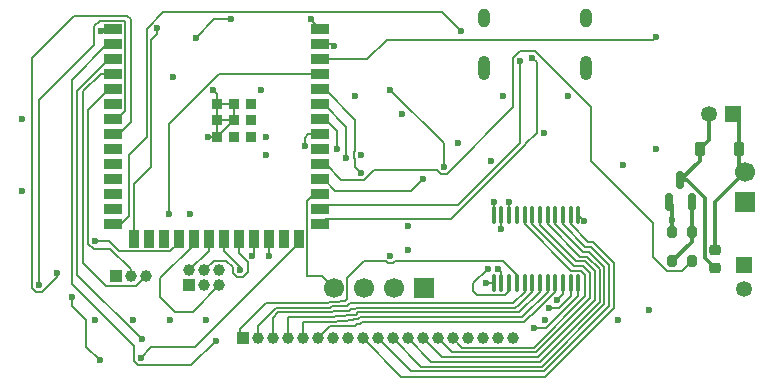
<source format=gbr>
%TF.GenerationSoftware,KiCad,Pcbnew,9.0.1*%
%TF.CreationDate,2025-06-29T09:49:02-05:00*%
%TF.ProjectId,OM-FlexGrid-Rigid-PCB,4f4d2d46-6c65-4784-9772-69642d526967,rev?*%
%TF.SameCoordinates,Original*%
%TF.FileFunction,Copper,L4,Bot*%
%TF.FilePolarity,Positive*%
%FSLAX46Y46*%
G04 Gerber Fmt 4.6, Leading zero omitted, Abs format (unit mm)*
G04 Created by KiCad (PCBNEW 9.0.1) date 2025-06-29 09:49:02*
%MOMM*%
%LPD*%
G01*
G04 APERTURE LIST*
G04 Aperture macros list*
%AMRoundRect*
0 Rectangle with rounded corners*
0 $1 Rounding radius*
0 $2 $3 $4 $5 $6 $7 $8 $9 X,Y pos of 4 corners*
0 Add a 4 corners polygon primitive as box body*
4,1,4,$2,$3,$4,$5,$6,$7,$8,$9,$2,$3,0*
0 Add four circle primitives for the rounded corners*
1,1,$1+$1,$2,$3*
1,1,$1+$1,$4,$5*
1,1,$1+$1,$6,$7*
1,1,$1+$1,$8,$9*
0 Add four rect primitives between the rounded corners*
20,1,$1+$1,$2,$3,$4,$5,0*
20,1,$1+$1,$4,$5,$6,$7,0*
20,1,$1+$1,$6,$7,$8,$9,0*
20,1,$1+$1,$8,$9,$2,$3,0*%
G04 Aperture macros list end*
%TA.AperFunction,ComponentPad*%
%ADD10R,1.350000X1.350000*%
%TD*%
%TA.AperFunction,ComponentPad*%
%ADD11C,1.350000*%
%TD*%
%TA.AperFunction,ComponentPad*%
%ADD12R,1.000000X1.000000*%
%TD*%
%TA.AperFunction,ComponentPad*%
%ADD13C,1.000000*%
%TD*%
%TA.AperFunction,ComponentPad*%
%ADD14R,1.700000X1.700000*%
%TD*%
%TA.AperFunction,ComponentPad*%
%ADD15C,1.700000*%
%TD*%
%TA.AperFunction,HeatsinkPad*%
%ADD16O,1.000000X2.100000*%
%TD*%
%TA.AperFunction,HeatsinkPad*%
%ADD17O,1.000000X1.600000*%
%TD*%
%TA.AperFunction,SMDPad,CuDef*%
%ADD18RoundRect,0.100000X0.100000X-0.637500X0.100000X0.637500X-0.100000X0.637500X-0.100000X-0.637500X0*%
%TD*%
%TA.AperFunction,SMDPad,CuDef*%
%ADD19RoundRect,0.150000X0.150000X-0.587500X0.150000X0.587500X-0.150000X0.587500X-0.150000X-0.587500X0*%
%TD*%
%TA.AperFunction,SMDPad,CuDef*%
%ADD20R,1.498600X0.812800*%
%TD*%
%TA.AperFunction,SMDPad,CuDef*%
%ADD21R,0.812800X1.498600*%
%TD*%
%TA.AperFunction,SMDPad,CuDef*%
%ADD22R,0.889000X0.889000*%
%TD*%
%TA.AperFunction,SMDPad,CuDef*%
%ADD23RoundRect,0.200000X-0.200000X-0.275000X0.200000X-0.275000X0.200000X0.275000X-0.200000X0.275000X0*%
%TD*%
%TA.AperFunction,SMDPad,CuDef*%
%ADD24RoundRect,0.225000X0.250000X-0.225000X0.250000X0.225000X-0.250000X0.225000X-0.250000X-0.225000X0*%
%TD*%
%TA.AperFunction,SMDPad,CuDef*%
%ADD25RoundRect,0.225000X0.225000X0.375000X-0.225000X0.375000X-0.225000X-0.375000X0.225000X-0.375000X0*%
%TD*%
%TA.AperFunction,ViaPad*%
%ADD26C,0.600000*%
%TD*%
%TA.AperFunction,Conductor*%
%ADD27C,0.200000*%
%TD*%
%TA.AperFunction,Conductor*%
%ADD28C,0.350000*%
%TD*%
G04 APERTURE END LIST*
D10*
%TO.P,J7,1,Pin_1*%
%TO.N,GND*%
X215450000Y-120800000D03*
D11*
%TO.P,J7,2,Pin_2*%
%TO.N,+3V3*%
X215450000Y-122800000D03*
%TD*%
D12*
%TO.P,J1,1,Pin_1*%
%TO.N,GP41*%
X168480000Y-122500000D03*
D13*
%TO.P,J1,2,Pin_2*%
%TO.N,SPI_MOSI*%
X168480000Y-121230000D03*
%TO.P,J1,3,Pin_3*%
%TO.N,SPI_SCK*%
X169750000Y-122500000D03*
%TO.P,J1,4,Pin_4*%
%TO.N,SPI_MISO*%
X169750000Y-121230000D03*
%TO.P,J1,5,Pin_5*%
%TO.N,CS*%
X171020000Y-122500000D03*
%TO.P,J1,6,Pin_6*%
%TO.N,GP40*%
X171020000Y-121230000D03*
%TD*%
D14*
%TO.P,J2,1,Pin_1*%
%TO.N,GND*%
X215500000Y-115500000D03*
D15*
%TO.P,J2,2,Pin_2*%
%TO.N,VBAT*%
X215500000Y-112960000D03*
%TD*%
D14*
%TO.P,SCRN1,1,Pin_1*%
%TO.N,GND*%
X188310000Y-122750000D03*
D15*
%TO.P,SCRN1,2,Pin_2*%
%TO.N,+3V3*%
X185770000Y-122750000D03*
%TO.P,SCRN1,3,Pin_3*%
%TO.N,SCL*%
X183230000Y-122750000D03*
%TO.P,SCRN1,4,Pin_4*%
%TO.N,SDA*%
X180690000Y-122750000D03*
%TD*%
D16*
%TO.P,J4,S1,SHIELD*%
%TO.N,GND*%
X202070000Y-104085000D03*
D17*
X202070000Y-99905000D03*
D16*
X193430000Y-104085000D03*
D17*
X193430000Y-99905000D03*
%TD*%
D12*
%TO.P,J6,1,Pin_1*%
%TO.N,GND*%
X162230000Y-121750000D03*
D13*
%TO.P,J6,2,Pin_2*%
%TO.N,RX*%
X163500000Y-121750000D03*
%TO.P,J6,3,Pin_3*%
%TO.N,TX*%
X164770000Y-121750000D03*
%TD*%
D18*
%TO.P,U1,1,COM*%
%TO.N,+3V3*%
X201400000Y-122325000D03*
%TO.P,U1,2,I7*%
%TO.N,COL_7*%
X200750000Y-122325000D03*
%TO.P,U1,3,I6*%
%TO.N,COL_6*%
X200100000Y-122325000D03*
%TO.P,U1,4,I5*%
%TO.N,COL_5*%
X199450000Y-122325000D03*
%TO.P,U1,5,I4*%
%TO.N,COL_4*%
X198800000Y-122325000D03*
%TO.P,U1,6,I3*%
%TO.N,COL_3*%
X198150000Y-122325000D03*
%TO.P,U1,7,I2*%
%TO.N,COL_2*%
X197500000Y-122325000D03*
%TO.P,U1,8,I1*%
%TO.N,COL_1*%
X196850000Y-122325000D03*
%TO.P,U1,9,I0*%
%TO.N,COL_0*%
X196200000Y-122325000D03*
%TO.P,U1,10,S0*%
%TO.N,S0*%
X195550000Y-122325000D03*
%TO.P,U1,11,S1*%
%TO.N,S1*%
X194900000Y-122325000D03*
%TO.P,U1,12,GND*%
%TO.N,GND*%
X194250000Y-122325000D03*
%TO.P,U1,13,S3*%
%TO.N,S3*%
X194250000Y-116600000D03*
%TO.P,U1,14,S2*%
%TO.N,S2*%
X194900000Y-116600000D03*
%TO.P,U1,15,~{E}*%
%TO.N,GP16_E*%
X195550000Y-116600000D03*
%TO.P,U1,16,I15*%
%TO.N,unconnected-(U1-I15-Pad16)*%
X196200000Y-116600000D03*
%TO.P,U1,17,I14*%
%TO.N,COL_14*%
X196850000Y-116600000D03*
%TO.P,U1,18,I13*%
%TO.N,COL_13*%
X197500000Y-116600000D03*
%TO.P,U1,19,I12*%
%TO.N,COL_12*%
X198150000Y-116600000D03*
%TO.P,U1,20,I11*%
%TO.N,COL_11*%
X198800000Y-116600000D03*
%TO.P,U1,21,I10*%
%TO.N,COL_10*%
X199450000Y-116600000D03*
%TO.P,U1,22,I9*%
%TO.N,COL_9*%
X200100000Y-116600000D03*
%TO.P,U1,23,I8*%
%TO.N,COL_8*%
X200750000Y-116600000D03*
%TO.P,U1,24,VCC*%
%TO.N,+3V3*%
X201400000Y-116600000D03*
%TD*%
D19*
%TO.P,Q1,1,G*%
%TO.N,Net-(Q1-G)*%
X211000000Y-115500000D03*
%TO.P,Q1,2,S*%
%TO.N,GND*%
X209100000Y-115500000D03*
%TO.P,Q1,3,D*%
%TO.N,MotorGND*%
X210050000Y-113625000D03*
%TD*%
D20*
%TO.P,U2,1,GND*%
%TO.N,GND*%
X179500000Y-100840000D03*
%TO.P,U2,2,3V3*%
%TO.N,+3V3*%
X179500000Y-102110000D03*
%TO.P,U2,3,EN*%
%TO.N,EN*%
X179500000Y-103380000D03*
%TO.P,U2,4,IO4*%
%TO.N,ROW_3*%
X179500000Y-104650000D03*
%TO.P,U2,5,IO5*%
%TO.N,S0*%
X179500000Y-105920000D03*
%TO.P,U2,6,IO6*%
%TO.N,S1*%
X179500000Y-107190000D03*
%TO.P,U2,7,IO7*%
%TO.N,S2*%
X179500000Y-108460000D03*
%TO.P,U2,8,IO15*%
%TO.N,S3*%
X179500000Y-109730000D03*
%TO.P,U2,9,IO16*%
%TO.N,GP16_E*%
X179500000Y-111000000D03*
%TO.P,U2,10,IO17*%
%TO.N,MOT_SIG*%
X179500000Y-112270000D03*
%TO.P,U2,11,IO18*%
%TO.N,ADC_BAT*%
X179500000Y-113540000D03*
%TO.P,U2,12,IO8*%
%TO.N,SDA*%
X179500000Y-114810000D03*
%TO.P,U2,13,IO19*%
%TO.N,D-*%
X179500000Y-116080000D03*
%TO.P,U2,14,IO20*%
%TO.N,D+*%
X179500000Y-117350000D03*
D21*
%TO.P,U2,15,IO3*%
%TO.N,ROW_2*%
X177735000Y-118600000D03*
%TO.P,U2,16,IO46*%
%TO.N,unconnected-(U2-IO46-Pad16)*%
X176465000Y-118600000D03*
%TO.P,U2,17,IO9*%
%TO.N,SCL*%
X175195000Y-118600000D03*
%TO.P,U2,18,IO10*%
%TO.N,SELECT*%
X173925000Y-118600000D03*
%TO.P,U2,19,IO11*%
%TO.N,SPI_MISO*%
X172655000Y-118600000D03*
%TO.P,U2,20,IO12*%
%TO.N,SPI_SCK*%
X171385000Y-118600000D03*
%TO.P,U2,21,IO13*%
%TO.N,SPI_MOSI*%
X170115000Y-118600000D03*
%TO.P,U2,22,IO14*%
%TO.N,CS*%
X168845000Y-118600000D03*
%TO.P,U2,23,IO21*%
%TO.N,MENU*%
X167575000Y-118600000D03*
%TO.P,U2,24,IO47*%
%TO.N,unconnected-(U2-IO47-Pad24)*%
X166305000Y-118600000D03*
%TO.P,U2,25,IO48*%
%TO.N,unconnected-(U2-IO48-Pad25)*%
X165035000Y-118600000D03*
%TO.P,U2,26,IO45*%
%TO.N,PWR_OFF*%
X163765000Y-118600000D03*
D20*
%TO.P,U2,27,IO0*%
%TO.N,100*%
X162000000Y-117350000D03*
%TO.P,U2,28,IO35*%
%TO.N,unconnected-(U2-IO35-Pad28)*%
X162000000Y-116080000D03*
%TO.P,U2,29,IO36*%
%TO.N,unconnected-(U2-IO36-Pad29)*%
X162000000Y-114810000D03*
%TO.P,U2,30,IO37*%
%TO.N,unconnected-(U2-IO37-Pad30)*%
X162000000Y-113540000D03*
%TO.P,U2,31,IO38*%
%TO.N,unconnected-(U2-IO38-Pad31)*%
X162000000Y-112270000D03*
%TO.P,U2,32,IO39*%
%TO.N,unconnected-(U2-IO39-Pad32)*%
X162000000Y-111000000D03*
%TO.P,U2,33,IO40*%
%TO.N,GP40*%
X162000000Y-109730000D03*
%TO.P,U2,34,IO41*%
%TO.N,GP41*%
X162000000Y-108460000D03*
%TO.P,U2,35,IO42*%
%TO.N,unconnected-(U2-IO42-Pad35)*%
X162000000Y-107190000D03*
%TO.P,U2,36,RXD0*%
%TO.N,RX*%
X162000000Y-105920000D03*
%TO.P,U2,37,TXD0*%
%TO.N,TX*%
X162000000Y-104650000D03*
%TO.P,U2,38,IO2*%
%TO.N,ROW_1*%
X162000000Y-103380000D03*
%TO.P,U2,39,IO1*%
%TO.N,ROW_0*%
X162000000Y-102110000D03*
%TO.P,U2,40,GND*%
%TO.N,GND*%
X162000000Y-100840000D03*
D22*
%TO.P,U2,41,GND*%
X172250000Y-108560000D03*
%TO.P,U2,42*%
%TO.N,N/C*%
X173650000Y-107160000D03*
%TO.P,U2,43*%
X173650000Y-108560000D03*
%TO.P,U2,44*%
X173650000Y-109960000D03*
%TO.P,U2,45*%
X172250000Y-109960000D03*
%TO.P,U2,46,GND*%
%TO.N,GND*%
X170850000Y-109960000D03*
%TO.P,U2,47,GND*%
X170850000Y-108560000D03*
%TO.P,U2,48,GND*%
X170850000Y-107160000D03*
%TO.P,U2,49,GND*%
X172250000Y-107160000D03*
%TD*%
D10*
%TO.P,J5,1,Pin_1*%
%TO.N,VBAT*%
X214500000Y-108000000D03*
D11*
%TO.P,J5,2,Pin_2*%
%TO.N,MotorGND*%
X212500000Y-108000000D03*
%TD*%
D23*
%TO.P,R10,1*%
%TO.N,Net-(Q1-G)*%
X209350000Y-120500000D03*
%TO.P,R10,2*%
%TO.N,MOT_SIG*%
X211000000Y-120500000D03*
%TD*%
D24*
%TO.P,C9,1*%
%TO.N,MotorGND*%
X213000000Y-121050000D03*
%TO.P,C9,2*%
%TO.N,VBAT*%
X213000000Y-119500000D03*
%TD*%
D23*
%TO.P,R11,1*%
%TO.N,GND*%
X209350000Y-118000000D03*
%TO.P,R11,2*%
%TO.N,Net-(Q1-G)*%
X211000000Y-118000000D03*
%TD*%
D25*
%TO.P,D4,1,K*%
%TO.N,VBAT*%
X215000000Y-111000000D03*
%TO.P,D4,2,A*%
%TO.N,MotorGND*%
X211700000Y-111000000D03*
%TD*%
D12*
%TO.P,J3,1,Pin_1*%
%TO.N,COL_0*%
X173000000Y-127000000D03*
D13*
%TO.P,J3,2,Pin_2*%
%TO.N,COL_1*%
X174270000Y-127000000D03*
%TO.P,J3,3,Pin_3*%
%TO.N,COL_2*%
X175540000Y-127000000D03*
%TO.P,J3,4,Pin_4*%
%TO.N,COL_3*%
X176810000Y-127000000D03*
%TO.P,J3,5,Pin_5*%
%TO.N,COL_4*%
X178080000Y-127000000D03*
%TO.P,J3,6,Pin_6*%
%TO.N,COL_5*%
X179350000Y-127000000D03*
%TO.P,J3,7,Pin_7*%
%TO.N,COL_6*%
X180620000Y-127000000D03*
%TO.P,J3,8,Pin_8*%
%TO.N,COL_7*%
X181890000Y-127000000D03*
%TO.P,J3,9,Pin_9*%
%TO.N,COL_8*%
X183160000Y-127000000D03*
%TO.P,J3,10,Pin_10*%
%TO.N,COL_9*%
X184430000Y-127000000D03*
%TO.P,J3,11,Pin_11*%
%TO.N,COL_10*%
X185700000Y-127000000D03*
%TO.P,J3,12,Pin_12*%
%TO.N,COL_11*%
X186970000Y-127000000D03*
%TO.P,J3,13,Pin_13*%
%TO.N,COL_12*%
X188240000Y-127000000D03*
%TO.P,J3,14,Pin_14*%
%TO.N,COL_13*%
X189510000Y-127000000D03*
%TO.P,J3,15,Pin_15*%
%TO.N,COL_14*%
X190780000Y-127000000D03*
%TO.P,J3,16,Pin_16*%
%TO.N,ROW_0*%
X192050000Y-127000000D03*
%TO.P,J3,17,Pin_17*%
%TO.N,ROW_1*%
X193320000Y-127000000D03*
%TO.P,J3,18,Pin_18*%
%TO.N,ROW_2*%
X194590000Y-127000000D03*
%TO.P,J3,19,Pin_19*%
%TO.N,ROW_3*%
X195860000Y-127000000D03*
%TD*%
D26*
%TO.N,GND*%
X154300000Y-114550000D03*
X154300000Y-108400000D03*
%TO.N,ROW_1*%
X164450057Y-127100000D03*
%TO.N,+3V3*%
X197650000Y-126150000D03*
%TO.N,GND*%
X198550000Y-125450000D03*
X204750000Y-125450000D03*
X207375000Y-124625000D03*
%TO.N,COL_7*%
X198930514Y-124430515D03*
%TO.N,COL_6*%
X199610700Y-123750329D03*
%TO.N,S1*%
X194625000Y-121125000D03*
%TO.N,S0*%
X193750000Y-121100000D03*
%TO.N,GND*%
X193575000Y-122325000D03*
%TO.N,GP16_E*%
X195550000Y-115500000D03*
%TO.N,S2*%
X194900000Y-117750000D03*
%TO.N,S3*%
X194250000Y-115500000D03*
%TO.N,+3V3*%
X201850000Y-117050000D03*
%TO.N,GND*%
X198500000Y-109650000D03*
X209350000Y-117000000D03*
X187000000Y-117500000D03*
X161000000Y-101000000D03*
X183000000Y-111500000D03*
X185500000Y-120000000D03*
X169900000Y-125500000D03*
X174950000Y-109950000D03*
X182500000Y-106500000D03*
X170500000Y-106000000D03*
X163700000Y-125500000D03*
X166800000Y-125500000D03*
X170040000Y-109960000D03*
X194000000Y-112000000D03*
X167112500Y-104887500D03*
X178750000Y-100000000D03*
X160500000Y-125500000D03*
X208000000Y-111000000D03*
%TO.N,EN*%
X208000000Y-101500000D03*
%TO.N,+3V3*%
X187000000Y-119500000D03*
X205175000Y-112325000D03*
X180750000Y-102250000D03*
X174500000Y-106000000D03*
%TO.N,VBUS*%
X168500000Y-116500000D03*
X186500000Y-108000000D03*
X175000000Y-111500000D03*
X200500000Y-106500000D03*
X195000000Y-106500000D03*
%TO.N,Net-(D2-K)*%
X190000000Y-112500000D03*
X185500000Y-106000000D03*
%TO.N,GP40*%
X157250000Y-121500000D03*
%TO.N,SCL*%
X175250000Y-120000000D03*
%TO.N,GP41*%
X155750000Y-122500000D03*
%TO.N,ROW_3*%
X160875000Y-128875000D03*
X166750000Y-116500000D03*
X158500000Y-123500000D03*
%TO.N,ROW_2*%
X164350000Y-128650000D03*
%TO.N,ROW_0*%
X170700000Y-127200000D03*
%TO.N,D-*%
X196500000Y-103500000D03*
%TO.N,D+*%
X197500000Y-103250000D03*
%TO.N,SPI_SCK*%
X172750000Y-121250000D03*
%TO.N,ADC_BAT*%
X188250000Y-113500000D03*
%TO.N,Net-(MAX1-In)*%
X172000000Y-100000000D03*
X169000000Y-101550000D03*
%TO.N,VBAT*%
X191250000Y-110500000D03*
%TO.N,PWR_OFF*%
X165750000Y-100750000D03*
%TO.N,S3*%
X178250000Y-110750000D03*
%TO.N,GP16_E*%
X179500000Y-111000000D03*
%TO.N,S0*%
X183000000Y-113000000D03*
%TO.N,S2*%
X181000000Y-111000000D03*
%TO.N,S1*%
X181750000Y-111750000D03*
%TO.N,MENU*%
X160500000Y-118750000D03*
%TO.N,100*%
X191500000Y-101000000D03*
%TO.N,SELECT*%
X173750000Y-120000000D03*
%TD*%
D27*
%TO.N,+3V3*%
X197650000Y-126150000D02*
X197550000Y-126150000D01*
X198699943Y-126150000D02*
X197650000Y-126150000D01*
X201400000Y-123449943D02*
X198699943Y-126150000D01*
X201400000Y-122325000D02*
X201400000Y-123449943D01*
%TO.N,COL_7*%
X200750000Y-123460972D02*
X200750000Y-122325000D01*
X199780457Y-124430515D02*
X200750000Y-123460972D01*
X198930514Y-124430515D02*
X199780457Y-124430515D01*
%TO.N,COL_6*%
X199610700Y-123750329D02*
X200100000Y-123261029D01*
X200100000Y-123261029D02*
X200100000Y-122325000D01*
%TO.N,D+*%
X197899000Y-103649000D02*
X197500000Y-103250000D01*
X197899000Y-109601000D02*
X197899000Y-103649000D01*
X191416100Y-116151000D02*
X196901000Y-110666100D01*
X196901000Y-110666100D02*
X196901000Y-110599000D01*
X190601000Y-116899000D02*
X191349000Y-116151000D01*
X196901000Y-110599000D02*
X197899000Y-109601000D01*
X191349000Y-116151000D02*
X191416100Y-116151000D01*
X179951000Y-116899000D02*
X190601000Y-116899000D01*
X179500000Y-117350000D02*
X179951000Y-116899000D01*
%TO.N,D-*%
X179830000Y-115750000D02*
X179500000Y-116080000D01*
X196500000Y-110500000D02*
X191250000Y-115750000D01*
X191250000Y-115750000D02*
X179830000Y-115750000D01*
X196500000Y-103500000D02*
X196500000Y-110500000D01*
%TO.N,COL_5*%
X199450000Y-123062499D02*
X199450000Y-122325000D01*
X197512499Y-125000000D02*
X199450000Y-123062499D01*
X197429599Y-125000000D02*
X197512499Y-125000000D01*
X196825599Y-125604000D02*
X197429599Y-125000000D01*
X183095740Y-125604000D02*
X196825599Y-125604000D01*
X182897740Y-125802000D02*
X183095740Y-125604000D01*
X182552000Y-125802000D02*
X182897740Y-125802000D01*
X182570260Y-125820260D02*
X182552000Y-125802000D01*
X182466260Y-126005000D02*
X182570260Y-125901000D01*
X182570260Y-125901000D02*
X182570260Y-125820260D01*
X180345000Y-126005000D02*
X182466260Y-126005000D01*
X179350000Y-127000000D02*
X180345000Y-126005000D01*
%TO.N,COL_4*%
X198800000Y-123062499D02*
X198800000Y-122325000D01*
X196659499Y-125203000D02*
X198800000Y-123062499D01*
X182929640Y-125203000D02*
X196659499Y-125203000D01*
X182300160Y-125468240D02*
X182367400Y-125401000D01*
X181867920Y-125468240D02*
X182300160Y-125468240D01*
X182367400Y-125401000D02*
X182731640Y-125401000D01*
X181831160Y-125505000D02*
X181867920Y-125468240D01*
X180914400Y-125604000D02*
X181013400Y-125505000D01*
X181013400Y-125505000D02*
X181831160Y-125505000D01*
X182731640Y-125401000D02*
X182929640Y-125203000D01*
X178080000Y-125604000D02*
X180914400Y-125604000D01*
X178080000Y-127000000D02*
X178080000Y-125604000D01*
%TO.N,COL_3*%
X198150000Y-123062499D02*
X198150000Y-122325000D01*
X196410499Y-124802000D02*
X198150000Y-123062499D01*
X182565540Y-125000000D02*
X182763540Y-124802000D01*
X182763540Y-124802000D02*
X196410499Y-124802000D01*
X181701820Y-125067240D02*
X182134060Y-125067240D01*
X180847300Y-125104000D02*
X181665060Y-125104000D01*
X180748300Y-125203000D02*
X180847300Y-125104000D01*
X176810000Y-125203000D02*
X180748300Y-125203000D01*
X181665060Y-125104000D02*
X181701820Y-125067240D01*
X182134060Y-125067240D02*
X182201300Y-125000000D01*
X182201300Y-125000000D02*
X182565540Y-125000000D01*
X176810000Y-127000000D02*
X176810000Y-125203000D01*
%TO.N,COL_2*%
X197500000Y-123062499D02*
X197500000Y-122325000D01*
X196312499Y-124250000D02*
X197500000Y-123062499D01*
X196229599Y-124250000D02*
X196312499Y-124250000D01*
X196078599Y-124401000D02*
X196229599Y-124250000D01*
X182552000Y-124401000D02*
X196078599Y-124401000D01*
X182552000Y-124446440D02*
X182552000Y-124401000D01*
X182498440Y-124500000D02*
X182552000Y-124446440D01*
X182269960Y-124500000D02*
X182498440Y-124500000D01*
X182202080Y-124432120D02*
X182269960Y-124500000D01*
X181967960Y-124666240D02*
X182202080Y-124432120D01*
X181535720Y-124666240D02*
X181967960Y-124666240D01*
X181498960Y-124703000D02*
X181535720Y-124666240D01*
X180681200Y-124703000D02*
X181498960Y-124703000D01*
X176015100Y-124802000D02*
X180582200Y-124802000D01*
X175540000Y-125277100D02*
X176015100Y-124802000D01*
X180582200Y-124802000D02*
X180681200Y-124703000D01*
X175540000Y-127000000D02*
X175540000Y-125277100D01*
%TO.N,COL_1*%
X196850000Y-123062499D02*
X196850000Y-122325000D01*
X195912499Y-124000000D02*
X196850000Y-123062499D01*
X182067100Y-124000000D02*
X195912499Y-124000000D01*
X181369620Y-124265240D02*
X181801860Y-124265240D01*
X180416100Y-124401000D02*
X180515100Y-124302000D01*
X181332860Y-124302000D02*
X181369620Y-124265240D01*
X181801860Y-124265240D02*
X182067100Y-124000000D01*
X174270000Y-125980000D02*
X175849000Y-124401000D01*
X180515100Y-124302000D02*
X181332860Y-124302000D01*
X174270000Y-127000000D02*
X174270000Y-125980000D01*
X175849000Y-124401000D02*
X180416100Y-124401000D01*
%TO.N,COL_0*%
X172750000Y-126750000D02*
X173000000Y-127000000D01*
X172750000Y-126250000D02*
X172750000Y-126750000D01*
X175000000Y-124000000D02*
X172750000Y-126250000D01*
X181166760Y-123901000D02*
X180349000Y-123901000D01*
X181203520Y-123864240D02*
X181166760Y-123901000D01*
X181635760Y-123864240D02*
X181203520Y-123864240D01*
X181841000Y-123659000D02*
X181635760Y-123864240D01*
X185150057Y-120500000D02*
X183250000Y-120500000D01*
X185251057Y-120601000D02*
X185150057Y-120500000D01*
X185748943Y-120601000D02*
X185251057Y-120601000D01*
X180349000Y-123901000D02*
X180250000Y-124000000D01*
X183250000Y-120500000D02*
X181841000Y-121909000D01*
X181841000Y-121909000D02*
X181841000Y-123659000D01*
X180250000Y-124000000D02*
X175000000Y-124000000D01*
X185849943Y-120500000D02*
X185748943Y-120601000D01*
X196200000Y-121667630D02*
X195032370Y-120500000D01*
X195032370Y-120500000D02*
X185849943Y-120500000D01*
X196200000Y-122325000D02*
X196200000Y-121667630D01*
%TO.N,COL_8*%
X186410000Y-130250000D02*
X183160000Y-127000000D01*
X198619700Y-130250000D02*
X186410000Y-130250000D01*
X204407000Y-124462700D02*
X198619700Y-130250000D01*
X204407000Y-120622030D02*
X204407000Y-124462700D01*
X202633970Y-118849000D02*
X204407000Y-120622030D01*
X202261501Y-118849000D02*
X202633970Y-118849000D01*
X200750000Y-117337499D02*
X202261501Y-118849000D01*
X200750000Y-116600000D02*
X200750000Y-117337499D01*
%TO.N,COL_9*%
X187236000Y-129806000D02*
X184430000Y-127000000D01*
X198496600Y-129806000D02*
X187236000Y-129806000D01*
X204006000Y-124296600D02*
X198496600Y-129806000D01*
X204006000Y-120788130D02*
X204006000Y-124296600D01*
X202467870Y-119250000D02*
X204006000Y-120788130D01*
X202012501Y-119250000D02*
X202467870Y-119250000D01*
X200100000Y-117337499D02*
X202012501Y-119250000D01*
X200100000Y-116600000D02*
X200100000Y-117337499D01*
%TO.N,COL_10*%
X188105000Y-129405000D02*
X185700000Y-127000000D01*
X198330500Y-129405000D02*
X188105000Y-129405000D01*
X203605000Y-124130500D02*
X198330500Y-129405000D01*
X203605000Y-120954230D02*
X203605000Y-124130500D01*
X202333270Y-119682500D02*
X203605000Y-120954230D01*
X201795001Y-119682500D02*
X202333270Y-119682500D01*
X199450000Y-117337499D02*
X201795001Y-119682500D01*
X199450000Y-116600000D02*
X199450000Y-117337499D01*
%TO.N,COL_11*%
X188974000Y-129004000D02*
X186970000Y-127000000D01*
X203204000Y-123964400D02*
X198164400Y-129004000D01*
X198164400Y-129004000D02*
X188974000Y-129004000D01*
X203204000Y-121120330D02*
X203204000Y-123964400D01*
X202167170Y-120083500D02*
X203204000Y-121120330D01*
X201546001Y-120083500D02*
X202167170Y-120083500D01*
X198800000Y-117337499D02*
X201546001Y-120083500D01*
X198800000Y-116600000D02*
X198800000Y-117337499D01*
%TO.N,COL_12*%
X189843000Y-128603000D02*
X188240000Y-127000000D01*
X197998300Y-128603000D02*
X189843000Y-128603000D01*
X202803000Y-123798300D02*
X197998300Y-128603000D01*
X202803000Y-121286430D02*
X202803000Y-123798300D01*
X202001070Y-120484500D02*
X202803000Y-121286430D01*
X201234500Y-120484500D02*
X202001070Y-120484500D01*
X198150000Y-117400000D02*
X201234500Y-120484500D01*
X198150000Y-116600000D02*
X198150000Y-117400000D01*
%TO.N,COL_13*%
X190712000Y-128202000D02*
X189510000Y-127000000D01*
X197832200Y-128202000D02*
X190712000Y-128202000D01*
X202402000Y-123632200D02*
X197832200Y-128202000D01*
X202402000Y-121452530D02*
X202402000Y-123632200D01*
X201834970Y-120885500D02*
X202402000Y-121452530D01*
X201048001Y-120885500D02*
X201834970Y-120885500D01*
X197500000Y-117337499D02*
X201048001Y-120885500D01*
X197500000Y-116600000D02*
X197500000Y-117337499D01*
%TO.N,COL_14*%
X191581000Y-127801000D02*
X190780000Y-127000000D01*
X197666100Y-127801000D02*
X191581000Y-127801000D01*
X201668870Y-121286500D02*
X202001000Y-121618630D01*
X200786500Y-121286500D02*
X201668870Y-121286500D01*
X196850000Y-117350000D02*
X200786500Y-121286500D01*
X202001000Y-123466100D02*
X197666100Y-127801000D01*
X196850000Y-116600000D02*
X196850000Y-117350000D01*
X202001000Y-121618630D02*
X202001000Y-123466100D01*
%TO.N,S0*%
X195550000Y-122982370D02*
X195550000Y-122325000D01*
X192500000Y-123000000D02*
X192863500Y-123363500D01*
X192863500Y-123363500D02*
X195168870Y-123363500D01*
X193750000Y-121100000D02*
X192500000Y-122350000D01*
X192500000Y-122350000D02*
X192500000Y-123000000D01*
X195168870Y-123363500D02*
X195550000Y-122982370D01*
%TO.N,S1*%
X194625000Y-121125000D02*
X194500000Y-121000000D01*
%TO.N,GND*%
X194250000Y-122325000D02*
X193575000Y-122325000D01*
%TO.N,S1*%
X194900000Y-121400000D02*
X194625000Y-121125000D01*
X194900000Y-122325000D02*
X194900000Y-121400000D01*
%TO.N,SDA*%
X179699700Y-121759700D02*
X178449700Y-121759700D01*
X180690000Y-122750000D02*
X179699700Y-121759700D01*
%TO.N,GP16_E*%
X195550000Y-115500000D02*
X195550000Y-115300000D01*
X195550000Y-116600000D02*
X195550000Y-115500000D01*
%TO.N,S2*%
X194900000Y-116600000D02*
X194900000Y-117750000D01*
%TO.N,S3*%
X194250000Y-116600000D02*
X194250000Y-115500000D01*
%TO.N,+3V3*%
X201850000Y-117050000D02*
X201900000Y-117050000D01*
X201400000Y-116600000D02*
X201850000Y-117050000D01*
%TO.N,GND*%
X178750000Y-100000000D02*
X178750000Y-100090000D01*
X170850000Y-109960000D02*
X170850000Y-108560000D01*
D28*
X209350000Y-118000000D02*
X209350000Y-117000000D01*
D27*
X161160000Y-100840000D02*
X161000000Y-101000000D01*
D28*
X209350000Y-117000000D02*
X209350000Y-115750000D01*
D27*
X170850000Y-106350000D02*
X170500000Y-106000000D01*
X170850000Y-107160000D02*
X170850000Y-108560000D01*
X170850000Y-109960000D02*
X172250000Y-108560000D01*
X172250000Y-107160000D02*
X170850000Y-107160000D01*
X172250000Y-108560000D02*
X172250000Y-107160000D01*
X170850000Y-107160000D02*
X170850000Y-106350000D01*
X178750000Y-100090000D02*
X179500000Y-100840000D01*
X170850000Y-109960000D02*
X170040000Y-109960000D01*
X162000000Y-100840000D02*
X161160000Y-100840000D01*
X172250000Y-108560000D02*
X170850000Y-108560000D01*
D28*
X209350000Y-115750000D02*
X209100000Y-115500000D01*
D27*
%TO.N,EN*%
X179500000Y-103380000D02*
X183547785Y-103380000D01*
X183547785Y-103380000D02*
X185177785Y-101750000D01*
X185177785Y-101750000D02*
X196500000Y-101750000D01*
X207750000Y-101750000D02*
X208000000Y-101500000D01*
X196500000Y-101750000D02*
X207750000Y-101750000D01*
%TO.N,+3V3*%
X179500000Y-102110000D02*
X180610000Y-102110000D01*
X180610000Y-102110000D02*
X180750000Y-102250000D01*
D28*
%TO.N,MotorGND*%
X211700000Y-111975000D02*
X210050000Y-113625000D01*
X210610534Y-113625000D02*
X212149000Y-115163466D01*
X212500000Y-108000000D02*
X212500000Y-110200000D01*
X210050000Y-113625000D02*
X210610534Y-113625000D01*
X212149000Y-115163466D02*
X212149000Y-120199000D01*
X211700000Y-111000000D02*
X211700000Y-111975000D01*
X212149000Y-120199000D02*
X213000000Y-121050000D01*
X212500000Y-110200000D02*
X211700000Y-111000000D01*
D27*
%TO.N,Net-(D2-K)*%
X190000000Y-112500000D02*
X190000000Y-110500000D01*
X190000000Y-110500000D02*
X185500000Y-106000000D01*
%TO.N,GP40*%
X163500000Y-108717700D02*
X162487700Y-109730000D01*
X162487700Y-109730000D02*
X162000000Y-109730000D01*
X155149000Y-122748943D02*
X155149000Y-103298976D01*
X163231600Y-99731600D02*
X163500000Y-100000000D01*
X158716376Y-99731600D02*
X163231600Y-99731600D01*
X155501057Y-123101000D02*
X155149000Y-122748943D01*
X155149000Y-103298976D02*
X158716376Y-99731600D01*
X157250000Y-121500000D02*
X157250000Y-121849943D01*
X163500000Y-100000000D02*
X163500000Y-108717700D01*
X157250000Y-121849943D02*
X155998943Y-123101000D01*
X155998943Y-123101000D02*
X155501057Y-123101000D01*
%TO.N,SCL*%
X175195000Y-118600000D02*
X175195000Y-119945000D01*
X175195000Y-119945000D02*
X175250000Y-120000000D01*
%TO.N,GP41*%
X162342900Y-108460000D02*
X162000000Y-108460000D01*
X163050300Y-100132600D02*
X163050300Y-107752600D01*
X160867400Y-100132600D02*
X163050300Y-100132600D01*
X160399000Y-100601000D02*
X160867400Y-100132600D01*
X155750000Y-122500000D02*
X155750000Y-106802024D01*
X155750000Y-106802024D02*
X160399000Y-102153024D01*
X163050300Y-107752600D02*
X162342900Y-108460000D01*
X160399000Y-102153024D02*
X160399000Y-100601000D01*
%TO.N,SDA*%
X179500000Y-114810000D02*
X179012300Y-114810000D01*
X179012300Y-114810000D02*
X178449700Y-115372600D01*
X178449700Y-115372600D02*
X178449700Y-121759700D01*
%TO.N,ROW_3*%
X158500000Y-123500000D02*
X158500000Y-124250000D01*
X158500000Y-124250000D02*
X159750000Y-125500000D01*
X179500000Y-104650000D02*
X171000057Y-104650000D01*
X171000057Y-104650000D02*
X166750000Y-108900057D01*
X159750000Y-125500000D02*
X159750000Y-127750000D01*
X159750000Y-127750000D02*
X160875000Y-128875000D01*
X166750000Y-108900057D02*
X166750000Y-116500000D01*
%TO.N,ROW_1*%
X164450057Y-127100000D02*
X159000000Y-121649943D01*
X159000000Y-121649943D02*
X159000000Y-106037100D01*
X161657100Y-103380000D02*
X162000000Y-103380000D01*
X159000000Y-106037100D02*
X161657100Y-103380000D01*
%TO.N,ROW_2*%
X177735000Y-118942900D02*
X168927900Y-127750000D01*
X168927900Y-127750000D02*
X165250000Y-127750000D01*
X165250000Y-127750000D02*
X164350000Y-128650000D01*
X177735000Y-118600000D02*
X177735000Y-118942900D01*
%TO.N,ROW_0*%
X170700000Y-127200000D02*
X168649000Y-129251000D01*
X163749000Y-127696943D02*
X158500000Y-122447943D01*
X162000000Y-102110000D02*
X161322900Y-102110000D01*
X163749000Y-128898943D02*
X163749000Y-127696943D01*
X158500000Y-105122300D02*
X161512300Y-102110000D01*
X158500000Y-122447943D02*
X158500000Y-105122300D01*
X168649000Y-129251000D02*
X164101057Y-129251000D01*
X161512300Y-102110000D02*
X162000000Y-102110000D01*
X164101057Y-129251000D02*
X163749000Y-128898943D01*
%TO.N,SPI_SCK*%
X171385000Y-119635000D02*
X171385000Y-118600000D01*
X172750000Y-121000000D02*
X171385000Y-119635000D01*
X172750000Y-121250000D02*
X172750000Y-121000000D01*
%TO.N,SPI_MOSI*%
X170115000Y-119595000D02*
X170115000Y-118600000D01*
X168480000Y-121230000D02*
X170115000Y-119595000D01*
%TO.N,CS*%
X167250000Y-124750000D02*
X166000000Y-123500000D01*
X166000000Y-123500000D02*
X166000000Y-121932700D01*
X168845000Y-119087700D02*
X168845000Y-118600000D01*
X166000000Y-121932700D02*
X168845000Y-119087700D01*
X171020000Y-122500000D02*
X168770000Y-124750000D01*
X168770000Y-124750000D02*
X167250000Y-124750000D01*
%TO.N,SPI_MISO*%
X173450028Y-121399915D02*
X173450028Y-120549971D01*
X172501057Y-121851000D02*
X172998943Y-121851000D01*
X172998943Y-121851000D02*
X173450028Y-121399915D01*
X173450028Y-120549971D02*
X172655000Y-119754943D01*
X172149000Y-121001057D02*
X172149000Y-121498943D01*
X170551000Y-120429000D02*
X171576943Y-120429000D01*
X171576943Y-120429000D02*
X172149000Y-121001057D01*
X172149000Y-121498943D02*
X172501057Y-121851000D01*
X172655000Y-119754943D02*
X172655000Y-118600000D01*
X169750000Y-121230000D02*
X170551000Y-120429000D01*
%TO.N,ADC_BAT*%
X180802900Y-114500000D02*
X179842900Y-113540000D01*
X187250000Y-114500000D02*
X180802900Y-114500000D01*
X179842900Y-113540000D02*
X179500000Y-113540000D01*
X188250000Y-113500000D02*
X187250000Y-114500000D01*
%TO.N,Net-(MAX1-In)*%
X170550000Y-100000000D02*
X172000000Y-100000000D01*
X169000000Y-101550000D02*
X170550000Y-100000000D01*
D28*
%TO.N,VBAT*%
X215000000Y-112460000D02*
X215500000Y-112960000D01*
X215000000Y-111000000D02*
X215000000Y-112460000D01*
X213000000Y-115460000D02*
X215500000Y-112960000D01*
X215000000Y-111000000D02*
X215000000Y-108500000D01*
X215000000Y-108500000D02*
X214500000Y-108000000D01*
X213000000Y-119500000D02*
X213000000Y-115460000D01*
%TO.N,Net-(Q1-G)*%
X211000000Y-118850000D02*
X209350000Y-120500000D01*
X211000000Y-118000000D02*
X211000000Y-118850000D01*
X211000000Y-115500000D02*
X211000000Y-118000000D01*
D27*
%TO.N,PWR_OFF*%
X163765000Y-113985000D02*
X163765000Y-118600000D01*
X165250000Y-101750000D02*
X165250000Y-112500000D01*
X165250000Y-112500000D02*
X163765000Y-113985000D01*
X165750000Y-101250000D02*
X165250000Y-101750000D01*
X165750000Y-100750000D02*
X165750000Y-101250000D01*
%TO.N,MOT_SIG*%
X189751057Y-113101000D02*
X190248943Y-113101000D01*
X189399000Y-112748943D02*
X189751057Y-113101000D01*
X181351000Y-113601000D02*
X183248943Y-113601000D01*
X184101000Y-112748943D02*
X189399000Y-112748943D01*
X197748943Y-102649000D02*
X202500000Y-107400057D01*
X195899000Y-103251057D02*
X196501057Y-102649000D01*
X210224000Y-121276000D02*
X211000000Y-120500000D01*
X202500000Y-112000000D02*
X207750000Y-117250000D01*
X179500000Y-112270000D02*
X180020000Y-112270000D01*
X207750000Y-117250000D02*
X207750000Y-120089064D01*
X190248943Y-113101000D02*
X195899000Y-107450943D01*
X195899000Y-107450943D02*
X195899000Y-103251057D01*
X207750000Y-120089064D02*
X208936936Y-121276000D01*
X196501057Y-102649000D02*
X197748943Y-102649000D01*
X202500000Y-107400057D02*
X202500000Y-112000000D01*
X208936936Y-121276000D02*
X210224000Y-121276000D01*
X180020000Y-112270000D02*
X181351000Y-113601000D01*
X183248943Y-113601000D02*
X184101000Y-112748943D01*
%TO.N,S3*%
X178250000Y-110750000D02*
X178250000Y-110030700D01*
X178550700Y-109730000D02*
X179500000Y-109730000D01*
X178250000Y-110030700D02*
X178550700Y-109730000D01*
%TO.N,S0*%
X182500000Y-108500000D02*
X182500000Y-111150057D01*
X182399000Y-111748943D02*
X182500000Y-111849943D01*
X182399000Y-111251057D02*
X182399000Y-111748943D01*
X182500000Y-111849943D02*
X182500000Y-112500000D01*
X179920000Y-105920000D02*
X182500000Y-108500000D01*
X182500000Y-111150057D02*
X182399000Y-111251057D01*
X179500000Y-105920000D02*
X179920000Y-105920000D01*
X182500000Y-112500000D02*
X183000000Y-113000000D01*
%TO.N,S2*%
X179500000Y-108460000D02*
X179987700Y-108460000D01*
X181000000Y-109472300D02*
X181000000Y-111000000D01*
X179987700Y-108460000D02*
X181000000Y-109472300D01*
%TO.N,S1*%
X179500000Y-107190000D02*
X179842900Y-107190000D01*
X179842900Y-107190000D02*
X181750000Y-109097100D01*
X181750000Y-109097100D02*
X181750000Y-111750000D01*
%TO.N,MENU*%
X160500000Y-118750000D02*
X161642300Y-118750000D01*
X161642300Y-118750000D02*
X162542600Y-119650300D01*
X167575000Y-118942900D02*
X167575000Y-118600000D01*
X162542600Y-119650300D02*
X166867600Y-119650300D01*
X166867600Y-119650300D02*
X167575000Y-118942900D01*
%TO.N,100*%
X163364000Y-111485000D02*
X164849000Y-110000000D01*
X162000000Y-117350000D02*
X162650000Y-117350000D01*
X189899000Y-99399000D02*
X191500000Y-101000000D01*
X164849000Y-110000000D02*
X164849000Y-100801057D01*
X162650000Y-117350000D02*
X163364000Y-116636000D01*
X164849000Y-100801057D02*
X166251057Y-99399000D01*
X166251057Y-99399000D02*
X189899000Y-99399000D01*
X163364000Y-116636000D02*
X163364000Y-111485000D01*
X162000000Y-117350000D02*
X161512300Y-117350000D01*
%TO.N,SELECT*%
X173925000Y-119825000D02*
X173750000Y-120000000D01*
X173925000Y-118600000D02*
X173925000Y-119825000D01*
%TO.N,RX*%
X163500000Y-121750000D02*
X163500000Y-121174800D01*
X161787600Y-119462400D02*
X160362457Y-119462400D01*
X163500000Y-121174800D02*
X161787600Y-119462400D01*
X161657100Y-105920000D02*
X162000000Y-105920000D01*
X160362457Y-119462400D02*
X159899000Y-118998943D01*
X159899000Y-118998943D02*
X159899000Y-107678100D01*
X159899000Y-107678100D02*
X161657100Y-105920000D01*
%TO.N,TX*%
X163969000Y-122551000D02*
X161429000Y-122551000D01*
X164770000Y-121750000D02*
X163969000Y-122551000D01*
X161429000Y-122551000D02*
X159498000Y-120620000D01*
X160954200Y-104650000D02*
X162000000Y-104650000D01*
X159498000Y-120620000D02*
X159498000Y-106106200D01*
X159498000Y-106106200D02*
X160954200Y-104650000D01*
%TD*%
M02*

</source>
